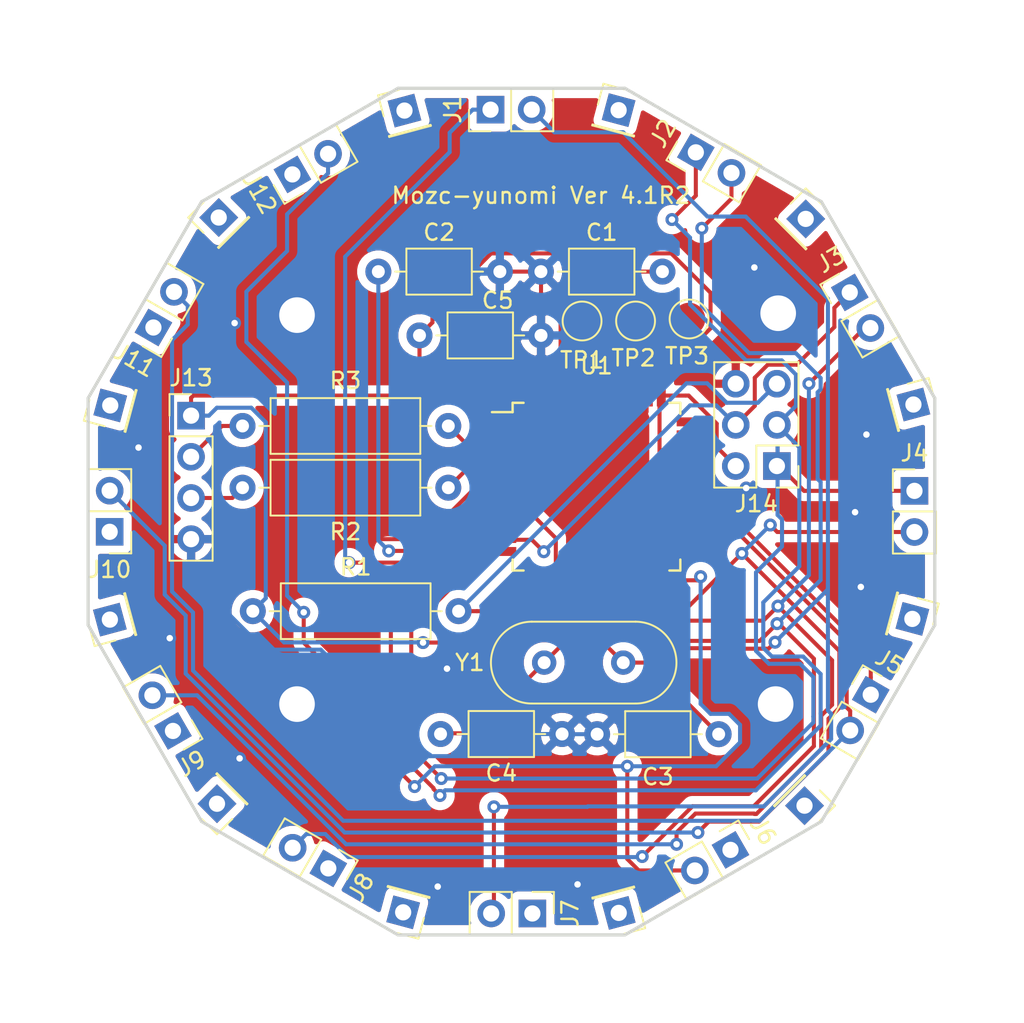
<source format=kicad_pcb>
(kicad_pcb (version 20171130) (host pcbnew 5.99.0+really5.1.10+dfsg1-1)
  (layers (0 F.Cu signal) (31 B.Cu signal) (34 B.Paste user) (35 F.Paste user) (36 B.SilkS user) (37 F.SilkS user) (38 B.Mask user) (39 F.Mask user) (44 Edge.Cuts user))
  (net 0 "")
  (net 1 "Net-(C1-Pad2)")
  (net 2 GND)
  (net 3 "Net-(C2-Pad1)")
  (net 4 XTAL1)
  (net 5 XTAL2)
  (net 6 ROW0)
  (net 7 COL0)
  (net 8 COL1)
  (net 9 ROW1)
  (net 10 COL2)
  (net 11 COL3)
  (net 12 ROW4)
  (net 13 COL4)
  (net 14 +5V)
  (net 15 D-)
  (net 16 D+)
  (net 17 "Net-(R2-Pad1)")
  (net 18 "Net-(R3-Pad1)")
  (net 19 RST)
  (net 20 "Net-(TP2-Pad1)")
  (net 21 "Net-(TP3-Pad1)")
  (net 22 MOSI)
  (net 23 MISO)
  (net 24 COL5)
  (net 25 "Net-(TP1-Pad1)")
  (module MountingHole:MountingHole_2.2mm_M2 (layer F.Cu) (at 159.4231 85.11794)
    (fp_text reference REF** hide)
    (fp_text value MountingHole_2.2mm_M2)
    (pad 1 np_thru_hole circle (at 0 0) (size 2.2 2.2) (drill 2.2) (layers *.Cu *.Mask))
  )
  (module MountingHole:MountingHole_2.2mm_M2 (layer F.Cu) (at 159.26562 109.24032)
    (fp_text reference REF** hide)
    (fp_text value MountingHole_2.2mm_M2)
    (pad 1 np_thru_hole circle (at 0 0) (size 2.2 2.2) (drill 2.2) (layers *.Cu *.Mask))
  )
  (module MountingHole:MountingHole_2.2mm_M2 (layer F.Cu) (at 129.72796 109.24032)
    (fp_text reference REF** hide)
    (fp_text value MountingHole_2.2mm_M2)
    (pad 1 np_thru_hole circle (at 0 0) (size 2.2 2.2) (drill 2.2) (layers *.Cu *.Mask))
  )
  (module MountingHole:MountingHole_2.2mm_M2 (layer F.Cu) (at 129.72796 85.23478)
    (fp_text reference REF** hide)
    (fp_text value MountingHole_2.2mm_M2)
    (pad 1 np_thru_hole circle (at 0 0) (size 2.2 2.2) (drill 2.2) (layers *.Cu *.Mask))
  )
  (module Capacitor_THT:C_Axial_L3.8mm_D2.6mm_P7.50mm_Horizontal (layer F.Cu) (at 144.78 82.55)
    (fp_text reference C1 (at 3.75 -2.42) (layer F.SilkS))
    (fp_text value 0.1uF)
    (pad 2 thru_hole oval (at 7.5 0) (size 1.6 1.6) (drill 0.8) (layers *.Cu *.Mask) (net 1 "Net-(C1-Pad2)"))
    (pad 1 thru_hole circle (at 0 0) (size 1.6 1.6) (drill 0.8) (layers *.Cu *.Mask) (net 2 GND))
  )
  (module Capacitor_THT:C_Axial_L3.8mm_D2.6mm_P7.50mm_Horizontal (layer F.Cu) (at 134.747 82.55)
    (fp_text reference C2 (at 3.75 -2.42) (layer F.SilkS))
    (fp_text value 1uF)
    (pad 1 thru_hole circle (at 0 0) (size 1.6 1.6) (drill 0.8) (layers *.Cu *.Mask) (net 3 "Net-(C2-Pad1)"))
    (pad 2 thru_hole oval (at 7.5 0) (size 1.6 1.6) (drill 0.8) (layers *.Cu *.Mask) (net 2 GND))
  )
  (module Capacitor_THT:C_Axial_L3.8mm_D2.6mm_P7.50mm_Horizontal (layer F.Cu) (at 148.24964 111.09706)
    (fp_text reference C3 (at 3.75 2.63144) (layer F.SilkS))
    (fp_text value C)
    (pad 2 thru_hole oval (at 7.5 0) (size 1.6 1.6) (drill 0.8) (layers *.Cu *.Mask) (net 4 XTAL1))
    (pad 1 thru_hole circle (at 0 0) (size 1.6 1.6) (drill 0.8) (layers *.Cu *.Mask) (net 2 GND))
  )
  (module Capacitor_THT:C_Axial_L3.8mm_D2.6mm_P7.50mm_Horizontal (layer F.Cu) (at 146.08556 111.0869 180)
    (fp_text reference C4 (at 3.75 -2.42) (layer F.SilkS))
    (fp_text value C)
    (pad 1 thru_hole circle (at 0 0 180) (size 1.6 1.6) (drill 0.8) (layers *.Cu *.Mask) (net 2 GND))
    (pad 2 thru_hole oval (at 7.5 0 180) (size 1.6 1.6) (drill 0.8) (layers *.Cu *.Mask) (net 5 XTAL2))
  )
  (module Connector_PinHeader_2.54mm:PinHeader_1x02_P2.54mm_Vertical (layer F.Cu) (at 141.67104 72.5551 90)
    (fp_text reference J1 (at 0 -2.33 90) (layer F.SilkS))
    (fp_text value Conn_01x02_Male)
    (pad 2 thru_hole oval (at 0 2.54 90) (size 1.7 1.7) (drill 1) (layers *.Cu *.Mask) (net 7 COL0))
    (pad 1 thru_hole rect (at 0 0 90) (size 1.7 1.7) (drill 1) (layers *.Cu *.Mask) (net 6 ROW0))
  )
  (module Connector_PinHeader_2.54mm:PinHeader_1x02_P2.54mm_Vertical (layer F.Cu) (at 154.34056 75.18908 60)
    (fp_text reference J2 (at 0 -2.33 60) (layer F.SilkS))
    (fp_text value Conn_01x02_Male)
    (pad 1 thru_hole rect (at 0 0 60) (size 1.7 1.7) (drill 1) (layers *.Cu *.Mask) (net 9 ROW1))
    (pad 2 thru_hole oval (at 0 2.54 60) (size 1.7 1.7) (drill 1) (layers *.Cu *.Mask) (net 8 COL1))
  )
  (module Connector_PinHeader_2.54mm:PinHeader_1x02_P2.54mm_Vertical (layer F.Cu) (at 163.84016 83.8327 30)
    (fp_text reference J3 (at 0 -2.33 30) (layer F.SilkS))
    (fp_text value Conn_01x02_Male)
    (pad 2 thru_hole oval (at 0 2.54 30) (size 1.7 1.7) (drill 1) (layers *.Cu *.Mask) (net 10 COL2))
    (pad 1 thru_hole rect (at 0 0 30) (size 1.7 1.7) (drill 1) (layers *.Cu *.Mask) (net 22 MOSI))
  )
  (module Connector_PinHeader_2.54mm:PinHeader_1x02_P2.54mm_Vertical (layer F.Cu) (at 167.83304 96.08058)
    (fp_text reference J4 (at 0 -2.33) (layer F.SilkS))
    (fp_text value Conn_01x02_Male)
    (pad 1 thru_hole rect (at 0 0) (size 1.7 1.7) (drill 1) (layers *.Cu *.Mask) (net 23 MISO))
    (pad 2 thru_hole oval (at 0 2.54) (size 1.7 1.7) (drill 1) (layers *.Cu *.Mask) (net 11 COL3))
  )
  (module Connector_PinHeader_2.54mm:PinHeader_1x02_P2.54mm_Vertical (layer F.Cu) (at 165.13556 108.6612 330)
    (fp_text reference J5 (at 0 -2.33 150) (layer F.SilkS))
    (fp_text value Conn_01x02_Male)
    (pad 2 thru_hole oval (at 0 2.54 330) (size 1.7 1.7) (drill 1) (layers *.Cu *.Mask) (net 13 COL4))
    (pad 1 thru_hole rect (at 0 0 330) (size 1.7 1.7) (drill 1) (layers *.Cu *.Mask) (net 12 ROW4))
  )
  (module Connector_PinHeader_2.54mm:PinHeader_1x02_P2.54mm_Vertical (layer F.Cu) (at 156.47924 118.237 300)
    (fp_text reference J6 (at 0 -2.33 120) (layer F.SilkS))
    (fp_text value Conn_01x02_Male)
    (pad 1 thru_hole rect (at 0 0 300) (size 1.7 1.7) (drill 1) (layers *.Cu *.Mask))
    (pad 2 thru_hole oval (at 0 2.54 300) (size 1.7 1.7) (drill 1) (layers *.Cu *.Mask) (net 24 COL5))
  )
  (module Connector_PinHeader_2.54mm:PinHeader_1x02_P2.54mm_Vertical (layer F.Cu) (at 144.25168 122.1613 270)
    (fp_text reference J7 (at 0 -2.33 90) (layer F.SilkS))
    (fp_text value Conn_01x02_Male)
    (pad 2 thru_hole oval (at 0 2.54 270) (size 1.7 1.7) (drill 1) (layers *.Cu *.Mask) (net 7 COL0))
    (pad 1 thru_hole rect (at 0 0 270) (size 1.7 1.7) (drill 1) (layers *.Cu *.Mask))
  )
  (module Connector_PinHeader_2.54mm:PinHeader_1x02_P2.54mm_Vertical (layer F.Cu) (at 131.65836 119.37746 240)
    (fp_text reference J8 (at 0 -2.33 60) (layer F.SilkS))
    (fp_text value Conn_01x02_Male)
    (pad 1 thru_hole rect (at 0 0 240) (size 1.7 1.7) (drill 1) (layers *.Cu *.Mask))
    (pad 2 thru_hole oval (at 0 2.54 240) (size 1.7 1.7) (drill 1) (layers *.Cu *.Mask) (net 8 COL1))
  )
  (module Connector_PinHeader_2.54mm:PinHeader_1x02_P2.54mm_Vertical (layer F.Cu) (at 122.0724 110.8964 210)
    (fp_text reference J9 (at 0 -2.33 30) (layer F.SilkS))
    (fp_text value Conn_01x02_Male)
    (pad 2 thru_hole oval (at 0 2.54 210) (size 1.7 1.7) (drill 1) (layers *.Cu *.Mask) (net 10 COL2))
    (pad 1 thru_hole rect (at 0 0 210) (size 1.7 1.7) (drill 1) (layers *.Cu *.Mask))
  )
  (module Connector_PinHeader_2.54mm:PinHeader_1x02_P2.54mm_Vertical (layer F.Cu) (at 118.16588 98.60788 180)
    (fp_text reference J10 (at 0 -2.33) (layer F.SilkS))
    (fp_text value Conn_01x02_Male)
    (pad 1 thru_hole rect (at 0 0 180) (size 1.7 1.7) (drill 1) (layers *.Cu *.Mask))
    (pad 2 thru_hole oval (at 0 2.54 180) (size 1.7 1.7) (drill 1) (layers *.Cu *.Mask) (net 11 COL3))
  )
  (module Connector_PinHeader_2.54mm:PinHeader_1x02_P2.54mm_Vertical (layer F.Cu) (at 120.8659 85.99932 150)
    (fp_text reference J11 (at 0 -2.33 150) (layer F.SilkS))
    (fp_text value Conn_01x02_Male)
    (pad 2 thru_hole oval (at 0 2.54 150) (size 1.7 1.7) (drill 1) (layers *.Cu *.Mask) (net 13 COL4))
    (pad 1 thru_hole rect (at 0 0 150) (size 1.7 1.7) (drill 1) (layers *.Cu *.Mask))
  )
  (module Connector_PinHeader_2.54mm:PinHeader_1x02_P2.54mm_Vertical (layer F.Cu) (at 129.44348 76.55052 120)
    (fp_text reference J12 (at 0 -2.33 120) (layer F.SilkS))
    (fp_text value Conn_01x02_Male)
    (pad 1 thru_hole rect (at 0 0 120) (size 1.7 1.7) (drill 1) (layers *.Cu *.Mask))
    (pad 2 thru_hole oval (at 0 2.54 120) (size 1.7 1.7) (drill 1) (layers *.Cu *.Mask) (net 24 COL5))
  )
  (module Connector_PinHeader_2.54mm:PinHeader_1x04_P2.54mm_Vertical (layer F.Cu) (at 123.19 91.44)
    (fp_text reference J13 (at 0 -2.33) (layer F.SilkS))
    (fp_text value Conn_01x04_Male)
    (pad 1 thru_hole rect (at 0 0) (size 1.7 1.7) (drill 1) (layers *.Cu *.Mask) (net 14 +5V))
    (pad 2 thru_hole oval (at 0 2.54) (size 1.7 1.7) (drill 1) (layers *.Cu *.Mask) (net 15 D-))
    (pad 3 thru_hole oval (at 0 5.08) (size 1.7 1.7) (drill 1) (layers *.Cu *.Mask) (net 16 D+))
    (pad 4 thru_hole oval (at 0 7.62) (size 1.7 1.7) (drill 1) (layers *.Cu *.Mask) (net 2 GND))
  )
  (module Connector_PinHeader_2.54mm:PinHeader_2x03_P2.54mm_Vertical (layer F.Cu) (at 159.34436 94.54896 180)
    (fp_text reference J14 (at 1.27 -2.33) (layer F.SilkS))
    (fp_text value Conn_02x03_Odd_Even)
    (pad 1 thru_hole rect (at 0 0 180) (size 1.7 1.7) (drill 1) (layers *.Cu *.Mask) (net 23 MISO))
    (pad 2 thru_hole oval (at 2.54 0 180) (size 1.7 1.7) (drill 1) (layers *.Cu *.Mask) (net 14 +5V))
    (pad 3 thru_hole oval (at 0 2.54 180) (size 1.7 1.7) (drill 1) (layers *.Cu *.Mask) (net 9 ROW1))
    (pad 4 thru_hole oval (at 2.54 2.54 180) (size 1.7 1.7) (drill 1) (layers *.Cu *.Mask) (net 22 MOSI))
    (pad 5 thru_hole oval (at 0 5.08 180) (size 1.7 1.7) (drill 1) (layers *.Cu *.Mask) (net 19 RST))
    (pad 6 thru_hole oval (at 2.54 5.08 180) (size 1.7 1.7) (drill 1) (layers *.Cu *.Mask) (net 2 GND))
  )
  (module Connector_PinHeader_2.54mm:PinHeader_1x01_P2.54mm_Vertical (layer F.Cu) (at 136.3599 72.61098 15)
    (fp_text reference J15 hide)
    (fp_text value Conn_01x01_Male)
    (pad 1 thru_hole rect (at 0 0 15) (size 1.7 1.7) (drill 1) (layers *.Cu *.Mask))
  )
  (module Connector_PinHeader_2.54mm:PinHeader_1x01_P2.54mm_Vertical (layer F.Cu) (at 124.89688 79.21244 45)
    (fp_text reference J16 hide)
    (fp_text value Conn_01x01_Male)
    (pad 1 thru_hole rect (at 0 0 45) (size 1.7 1.7) (drill 1) (layers *.Cu *.Mask))
  )
  (module Connector_PinHeader_2.54mm:PinHeader_1x01_P2.54mm_Vertical (layer F.Cu) (at 118.20144 90.80754 75)
    (fp_text reference J17 hide)
    (fp_text value Conn_01x01_Male)
    (pad 1 thru_hole rect (at 0 0 75) (size 1.7 1.7) (drill 1) (layers *.Cu *.Mask))
  )
  (module Connector_PinHeader_2.54mm:PinHeader_1x01_P2.54mm_Vertical (layer F.Cu) (at 118.17858 104.0257 105)
    (fp_text reference J18 hide)
    (fp_text value Conn_01x01_Male)
    (pad 1 thru_hole rect (at 0 0 105) (size 1.7 1.7) (drill 1) (layers *.Cu *.Mask))
  )
  (module Connector_PinHeader_2.54mm:PinHeader_1x01_P2.54mm_Vertical (layer F.Cu) (at 124.7902 115.38966 135)
    (fp_text reference J19 hide)
    (fp_text value Conn_01x01_Male)
    (pad 1 thru_hole rect (at 0 0 135) (size 1.7 1.7) (drill 1) (layers *.Cu *.Mask))
  )
  (module Connector_PinHeader_2.54mm:PinHeader_1x01_P2.54mm_Vertical (layer F.Cu) (at 136.27862 122.09018 165)
    (fp_text reference J20 hide)
    (fp_text value Conn_01x01_Male)
    (pad 1 thru_hole rect (at 0 0 165) (size 1.7 1.7) (drill 1) (layers *.Cu *.Mask))
  )
  (module Connector_PinHeader_2.54mm:PinHeader_1x01_P2.54mm_Vertical (layer F.Cu) (at 149.58314 122.12574 195)
    (fp_text reference J21 hide)
    (fp_text value Conn_01x01_Male)
    (pad 1 thru_hole rect (at 0 0 195) (size 1.7 1.7) (drill 1) (layers *.Cu *.Mask))
  )
  (module Connector_PinHeader_2.54mm:PinHeader_1x01_P2.54mm_Vertical (layer F.Cu) (at 161.0487 115.50904 225)
    (fp_text reference J22 hide)
    (fp_text value Conn_01x01_Male)
    (pad 1 thru_hole rect (at 0 0 225) (size 1.7 1.7) (drill 1) (layers *.Cu *.Mask))
  )
  (module Connector_PinHeader_2.54mm:PinHeader_1x01_P2.54mm_Vertical (layer F.Cu) (at 167.7035 103.98252 255)
    (fp_text reference J23 hide)
    (fp_text value Conn_01x01_Male)
    (pad 1 thru_hole rect (at 0 0 255) (size 1.7 1.7) (drill 1) (layers *.Cu *.Mask))
  )
  (module Connector_PinHeader_2.54mm:PinHeader_1x01_P2.54mm_Vertical (layer F.Cu) (at 167.76954 90.75166 285)
    (fp_text reference J24 hide)
    (fp_text value Conn_01x01_Male)
    (pad 1 thru_hole rect (at 0 0 285) (size 1.7 1.7) (drill 1) (layers *.Cu *.Mask))
  )
  (module Connector_PinHeader_2.54mm:PinHeader_1x01_P2.54mm_Vertical (layer F.Cu) (at 161.12236 79.29626 315)
    (fp_text reference J25 hide)
    (fp_text value Conn_01x01_Male)
    (pad 1 thru_hole rect (at 0 0 315) (size 1.7 1.7) (drill 1) (layers *.Cu *.Mask))
  )
  (module Resistor_THT:R_Axial_DIN0309_L9.0mm_D3.2mm_P12.70mm_Horizontal (layer F.Cu) (at 127 103.505)
    (fp_text reference R1 (at 6.35 -2.72) (layer F.SilkS))
    (fp_text value 10K)
    (pad 1 thru_hole circle (at 0 0) (size 1.6 1.6) (drill 0.8) (layers *.Cu *.Mask) (net 14 +5V))
    (pad 2 thru_hole oval (at 12.7 0) (size 1.6 1.6) (drill 0.8) (layers *.Cu *.Mask) (net 19 RST))
  )
  (module Resistor_THT:R_Axial_DIN0309_L9.0mm_D3.2mm_P12.70mm_Horizontal (layer F.Cu) (at 139.065 95.885 180)
    (fp_text reference R2 (at 6.35 -2.72) (layer F.SilkS))
    (fp_text value 22)
    (pad 2 thru_hole oval (at 12.7 0 180) (size 1.6 1.6) (drill 0.8) (layers *.Cu *.Mask) (net 16 D+))
    (pad 1 thru_hole circle (at 0 0 180) (size 1.6 1.6) (drill 0.8) (layers *.Cu *.Mask) (net 17 "Net-(R2-Pad1)"))
  )
  (module Resistor_THT:R_Axial_DIN0309_L9.0mm_D3.2mm_P12.70mm_Horizontal (layer F.Cu) (at 139.065 92.075 180)
    (fp_text reference R3 (at 6.35 2.794) (layer F.SilkS))
    (fp_text value 22)
    (pad 1 thru_hole circle (at 0 0 180) (size 1.6 1.6) (drill 0.8) (layers *.Cu *.Mask) (net 18 "Net-(R3-Pad1)"))
    (pad 2 thru_hole oval (at 12.7 0 180) (size 1.6 1.6) (drill 0.8) (layers *.Cu *.Mask) (net 15 D-))
  )
  (module Connector_PinHeader_2.54mm:PinHeader_1x01_P2.54mm_Vertical (layer F.Cu) (at 149.57552 72.58558 345)
    (fp_text reference J26 hide)
    (fp_text value Conn_01x01_Male)
    (pad 1 thru_hole rect (at 0 0 345) (size 1.7 1.7) (drill 1) (layers *.Cu *.Mask))
  )
  (module Crystal:Crystal_HC49-4H_Vertical (layer F.Cu) (at 149.86 106.68 180)
    (fp_text reference Y1 (at 9.4615 0) (layer F.SilkS))
    (fp_text value 16MHz)
    (pad 1 thru_hole circle (at 0 0 180) (size 1.5 1.5) (drill 0.8) (layers *.Cu *.Mask) (net 4 XTAL1))
    (pad 2 thru_hole circle (at 4.88 0 180) (size 1.5 1.5) (drill 0.8) (layers *.Cu *.Mask) (net 5 XTAL2))
  )
  (module Capacitor_THT:C_Axial_L3.8mm_D2.6mm_P7.50mm_Horizontal (layer F.Cu) (at 137.287 86.487)
    (fp_text reference C5 (at 4.826 -2.159) (layer F.SilkS))
    (fp_text value C)
    (pad 1 thru_hole circle (at 0 0) (size 1.6 1.6) (drill 0.8) (layers *.Cu *.Mask) (net 14 +5V))
    (pad 2 thru_hole oval (at 7.5 0) (size 1.6 1.6) (drill 0.8) (layers *.Cu *.Mask) (net 2 GND))
  )
  (module TestPoint:TestPoint_Pad_D2.0mm (layer F.Cu) (at 147.32 85.598)
    (fp_text reference TP1 (at 0 2.413) (layer F.SilkS))
    (fp_text value TestPoint)
    (pad 1 smd circle (at 0 0) (size 2 2) (layers F.Cu F.Mask) (net 25 "Net-(TP1-Pad1)"))
  )
  (module TestPoint:TestPoint_Pad_D2.0mm (layer F.Cu) (at 150.622 85.598)
    (fp_text reference TP2 (at -0.127 2.286) (layer F.SilkS))
    (fp_text value TestPoint)
    (pad 1 smd circle (at 0 0) (size 2 2) (layers F.Cu F.Mask) (net 20 "Net-(TP2-Pad1)"))
  )
  (module TestPoint:TestPoint_Pad_D2.0mm (layer F.Cu) (at 153.924 85.471)
    (fp_text reference TP3 (at -0.127 2.286) (layer F.SilkS))
    (fp_text value TestPoint)
    (pad 1 smd circle (at 0 0) (size 2 2) (layers F.Cu F.Mask) (net 21 "Net-(TP3-Pad1)"))
  )
  (module Package_QFP:TQFP-44_10x10mm_P0.8mm (layer F.Cu) (at 148.209 95.8215)
    (fp_text reference U1 (at 0 -7.45) (layer F.SilkS))
    (fp_text value ATmega32U4-AU)
    (pad 1 smd rect (at -5.7 -4) (size 1.5 0.55) (layers F.Cu F.Paste F.Mask))
    (pad 2 smd rect (at -5.7 -3.2) (size 1.5 0.55) (layers F.Cu F.Paste F.Mask) (net 14 +5V))
    (pad 3 smd rect (at -5.7 -2.4) (size 1.5 0.55) (layers F.Cu F.Paste F.Mask) (net 18 "Net-(R3-Pad1)"))
    (pad 4 smd rect (at -5.7 -1.6) (size 1.5 0.55) (layers F.Cu F.Paste F.Mask) (net 17 "Net-(R2-Pad1)"))
    (pad 5 smd rect (at -5.7 -0.8) (size 1.5 0.55) (layers F.Cu F.Paste F.Mask) (net 2 GND))
    (pad 6 smd rect (at -5.7 0) (size 1.5 0.55) (layers F.Cu F.Paste F.Mask) (net 3 "Net-(C2-Pad1)"))
    (pad 7 smd rect (at -5.7 0.8) (size 1.5 0.55) (layers F.Cu F.Paste F.Mask) (net 14 +5V))
    (pad 8 smd rect (at -5.7 1.6) (size 1.5 0.55) (layers F.Cu F.Paste F.Mask) (net 6 ROW0))
    (pad 9 smd rect (at -5.7 2.4) (size 1.5 0.55) (layers F.Cu F.Paste F.Mask) (net 9 ROW1))
    (pad 10 smd rect (at -5.7 3.2) (size 1.5 0.55) (layers F.Cu F.Paste F.Mask) (net 22 MOSI))
    (pad 11 smd rect (at -5.7 4) (size 1.5 0.55) (layers F.Cu F.Paste F.Mask) (net 23 MISO))
    (pad 12 smd rect (at -4 5.7 90) (size 1.5 0.55) (layers F.Cu F.Paste F.Mask))
    (pad 13 smd rect (at -3.2 5.7 90) (size 1.5 0.55) (layers F.Cu F.Paste F.Mask) (net 19 RST))
    (pad 14 smd rect (at -2.4 5.7 90) (size 1.5 0.55) (layers F.Cu F.Paste F.Mask) (net 14 +5V))
    (pad 15 smd rect (at -1.6 5.7 90) (size 1.5 0.55) (layers F.Cu F.Paste F.Mask) (net 2 GND))
    (pad 16 smd rect (at -0.8 5.7 90) (size 1.5 0.55) (layers F.Cu F.Paste F.Mask) (net 5 XTAL2))
    (pad 17 smd rect (at 0 5.7 90) (size 1.5 0.55) (layers F.Cu F.Paste F.Mask) (net 4 XTAL1))
    (pad 18 smd rect (at 0.8 5.7 90) (size 1.5 0.55) (layers F.Cu F.Paste F.Mask) (net 7 COL0))
    (pad 19 smd rect (at 1.6 5.7 90) (size 1.5 0.55) (layers F.Cu F.Paste F.Mask) (net 8 COL1))
    (pad 20 smd rect (at 2.4 5.7 90) (size 1.5 0.55) (layers F.Cu F.Paste F.Mask) (net 10 COL2))
    (pad 21 smd rect (at 3.2 5.7 90) (size 1.5 0.55) (layers F.Cu F.Paste F.Mask) (net 11 COL3))
    (pad 22 smd rect (at 4 5.7 90) (size 1.5 0.55) (layers F.Cu F.Paste F.Mask) (net 24 COL5))
    (pad 23 smd rect (at 5.7 4) (size 1.5 0.55) (layers F.Cu F.Paste F.Mask) (net 2 GND))
    (pad 24 smd rect (at 5.7 3.2) (size 1.5 0.55) (layers F.Cu F.Paste F.Mask) (net 14 +5V))
    (pad 25 smd rect (at 5.7 2.4) (size 1.5 0.55) (layers F.Cu F.Paste F.Mask) (net 13 COL4))
    (pad 26 smd rect (at 5.7 1.6) (size 1.5 0.55) (layers F.Cu F.Paste F.Mask))
    (pad 27 smd rect (at 5.7 0.8) (size 1.5 0.55) (layers F.Cu F.Paste F.Mask))
    (pad 28 smd rect (at 5.7 0) (size 1.5 0.55) (layers F.Cu F.Paste F.Mask) (net 12 ROW4))
    (pad 29 smd rect (at 5.7 -0.8) (size 1.5 0.55) (layers F.Cu F.Paste F.Mask))
    (pad 30 smd rect (at 5.7 -1.6) (size 1.5 0.55) (layers F.Cu F.Paste F.Mask))
    (pad 31 smd rect (at 5.7 -2.4) (size 1.5 0.55) (layers F.Cu F.Paste F.Mask))
    (pad 32 smd rect (at 5.7 -3.2) (size 1.5 0.55) (layers F.Cu F.Paste F.Mask))
    (pad 33 smd rect (at 5.7 -4) (size 1.5 0.55) (layers F.Cu F.Paste F.Mask))
    (pad 34 smd rect (at 4 -5.7 90) (size 1.5 0.55) (layers F.Cu F.Paste F.Mask) (net 14 +5V))
    (pad 35 smd rect (at 3.2 -5.7 90) (size 1.5 0.55) (layers F.Cu F.Paste F.Mask) (net 2 GND))
    (pad 36 smd rect (at 2.4 -5.7 90) (size 1.5 0.55) (layers F.Cu F.Paste F.Mask) (net 21 "Net-(TP3-Pad1)"))
    (pad 37 smd rect (at 1.6 -5.7 90) (size 1.5 0.55) (layers F.Cu F.Paste F.Mask) (net 20 "Net-(TP2-Pad1)"))
    (pad 38 smd rect (at 0.8 -5.7 90) (size 1.5 0.55) (layers F.Cu F.Paste F.Mask) (net 25 "Net-(TP1-Pad1)"))
    (pad 39 smd rect (at 0 -5.7 90) (size 1.5 0.55) (layers F.Cu F.Paste F.Mask))
    (pad 40 smd rect (at -0.8 -5.7 90) (size 1.5 0.55) (layers F.Cu F.Paste F.Mask))
    (pad 41 smd rect (at -1.6 -5.7 90) (size 1.5 0.55) (layers F.Cu F.Paste F.Mask))
    (pad 42 smd rect (at -2.4 -5.7 90) (size 1.5 0.55) (layers F.Cu F.Paste F.Mask) (net 1 "Net-(C1-Pad2)"))
    (pad 43 smd rect (at -3.2 -5.7 90) (size 1.5 0.55) (layers F.Cu F.Paste F.Mask) (net 2 GND))
    (pad 44 smd rect (at -4 -5.7 90) (size 1.5 0.55) (layers F.Cu F.Paste F.Mask) (net 14 +5V))
  )
  (gr_line (start 149.962791 123.484515) (end 135.962793 123.484515) (layer Edge.Cuts) (width 0.2))
  (gr_line (start 123.838438 116.484515) (end 116.838438 104.36016) (layer Edge.Cuts) (width 0.2))
  (gr_line (start 169.087154 90.36016) (end 169.087154 104.36016) (layer Edge.Cuts) (width 0.2))
  (gr_line (start 169.087154 104.36016) (end 162.08715 116.484515) (layer Edge.Cuts) (width 0.2))
  (gr_line (start 116.838438 90.36016) (end 123.838438 78.235805) (layer Edge.Cuts) (width 0.2))
  (gr_line (start 162.08715 116.484515) (end 149.962791 123.484515) (layer Edge.Cuts) (width 0.2))
  (gr_line (start 116.838438 104.36016) (end 116.838438 90.36016) (layer Edge.Cuts) (width 0.2))
  (gr_line (start 123.838438 78.235805) (end 135.962793 71.235805) (layer Edge.Cuts) (width 0.2))
  (gr_line (start 162.08715 78.235805) (end 169.087154 90.36016) (layer Edge.Cuts) (width 0.2))
  (gr_line (start 135.962793 123.484515) (end 123.838438 116.484515) (layer Edge.Cuts) (width 0.2))
  (gr_line (start 135.962793 71.235805) (end 149.962791 71.235805) (layer Edge.Cuts) (width 0.2))
  (gr_line (start 149.962791 71.235805) (end 162.08715 78.235805) (layer Edge.Cuts) (width 0.2))
  (gr_text "Mozc-yunomi Ver 4.1R2" (at 144.78 77.851) (layer F.SilkS) (effects (font (size 1 1))))
  (segment (start 145.7 89.2) (end 145.7 90.2) (width 0.25) (layer F.Cu) (net 1))
  (segment (start 145.994999 88.905001) (end 145.7 89.2) (width 0.25) (layer F.Cu) (net 1))
  (segment (start 145.994999 84.961999) (end 145.994999 88.905001) (width 0.25) (layer F.Cu) (net 1))
  (segment (start 148.406998 82.55) (end 145.994999 84.961999) (width 0.25) (layer F.Cu) (net 1))
  (segment (start 152.28 82.55) (end 148.406998 82.55) (width 0.25) (layer F.Cu) (net 1))
  (segment (start 144.9 86.6) (end 144.787 86.487) (width 0.25) (layer F.Cu) (net 2))
  (segment (start 144.9 90.2) (end 144.9 86.6) (width 0.25) (layer F.Cu) (net 2))
  (segment (start 144.787 82.557) (end 144.78 82.55) (width 0.25) (layer F.Cu) (net 2))
  (segment (start 144.787 86.487) (end 144.787 82.557) (width 0.25) (layer F.Cu) (net 2))
  (segment (start 144.78 82.55) (end 142.247 82.55) (width 0.25) (layer F.Cu) (net 2))
  (segment (start 124.392081 99.06) (end 123.19 99.06) (width 0.25) (layer F.Cu) (net 2))
  (segment (start 137.555002 99.06) (end 124.392081 99.06) (width 0.25) (layer F.Cu) (net 2))
  (segment (start 141.515002 95.1) (end 137.555002 99.06) (width 0.25) (layer F.Cu) (net 2))
  (segment (start 142.4 95.1) (end 141.515002 95.1) (width 0.25) (layer F.Cu) (net 2))
  (segment (start 146.5 98.2) (end 146.5 100.6) (width 0.25) (layer F.Cu) (net 2))
  (segment (start 143.4 95.1) (end 146.5 98.2) (width 0.25) (layer F.Cu) (net 2))
  (segment (start 152.8 99.9) (end 153.8 99.9) (width 0.25) (layer F.Cu) (net 2))
  (segment (start 147.2 99.9) (end 152.8 99.9) (width 0.25) (layer F.Cu) (net 2))
  (segment (start 146.5 100.6) (end 147.2 99.9) (width 0.25) (layer F.Cu) (net 2))
  (segment (start 146.5 101.6) (end 146.5 100.6) (width 0.25) (layer F.Cu) (net 2))
  (segment (start 144.975001 91.275001) (end 144.9 91.2) (width 0.25) (layer F.Cu) (net 2))
  (segment (start 151.224999 91.275001) (end 144.975001 91.275001) (width 0.25) (layer F.Cu) (net 2))
  (segment (start 144.9 91.2) (end 144.9 90.2) (width 0.25) (layer F.Cu) (net 2))
  (segment (start 151.3 91.2) (end 151.224999 91.275001) (width 0.25) (layer F.Cu) (net 2))
  (segment (start 151.3 90.2) (end 151.3 91.2) (width 0.25) (layer F.Cu) (net 2))
  (segment (start 143.4 95.1) (end 142.4 95.1) (width 0.25) (layer F.Cu) (net 2))
  (segment (start 144.9 93.6) (end 143.4 95.1) (width 0.25) (layer F.Cu) (net 2))
  (segment (start 144.9 90.2) (end 144.9 93.6) (width 0.25) (layer F.Cu) (net 2))
  (via (at 126.18466 112.59058) (size 0.8) (drill 0.4) (layers F.Cu B.Cu) (net 2))
  (via (at 121.87428 105.17124) (size 0.8) (drill 0.4) (layers F.Cu B.Cu) (net 2))
  (via (at 125.87732 85.725) (size 0.8) (drill 0.4) (layers F.Cu B.Cu) (net 2))
  (via (at 119.94642 93.4085) (size 0.8) (drill 0.4) (layers F.Cu B.Cu) (net 2))
  (via (at 147.0406 120.36806) (size 0.8) (drill 0.4) (layers F.Cu B.Cu) (net 2))
  (via (at 138.41222 120.50268) (size 0.8) (drill 0.4) (layers F.Cu B.Cu) (net 2))
  (via (at 138.98372 107.05338) (size 0.8) (drill 0.4) (layers F.Cu B.Cu) (net 2))
  (via (at 157.44698 95.90532) (size 0.8) (drill 0.4) (layers F.Cu B.Cu) (net 2))
  (via (at 164.16782 97.3963) (size 0.8) (drill 0.4) (layers F.Cu B.Cu) (net 2))
  (via (at 164.86886 92.60586) (size 0.8) (drill 0.4) (layers F.Cu B.Cu) (net 2))
  (via (at 164.52342 102.01148) (size 0.8) (drill 0.4) (layers F.Cu B.Cu) (net 2))
  (segment (start 156.470997 89.440001) (end 157.409001 89.440001) (width 0.25) (layer F.Cu) (net 2))
  (segment (start 146.09572 111.09706) (end 146.08556 111.0869) (width 0.25) (layer B.Cu) (net 2))
  (segment (start 148.24964 111.09706) (end 146.09572 111.09706) (width 0.25) (layer B.Cu) (net 2))
  (segment (start 144.08912 111.0869) (end 146.08556 111.0869) (width 0.25) (layer B.Cu) (net 2))
  (segment (start 123.19 99.06) (end 123.19 101.360002) (width 0.25) (layer B.Cu) (net 2))
  (segment (start 123.19 101.360002) (end 127.712868 105.88287) (width 0.25) (layer B.Cu) (net 2))
  (segment (start 127.712868 105.88287) (end 131.19905 105.88287) (width 0.25) (layer B.Cu) (net 2))
  (segment (start 142.7226 112.45342) (end 144.08912 111.0869) (width 0.25) (layer B.Cu) (net 2))
  (segment (start 131.19905 105.88287) (end 137.7696 112.45342) (width 0.25) (layer B.Cu) (net 2))
  (segment (start 137.7696 112.45342) (end 142.7226 112.45342) (width 0.25) (layer B.Cu) (net 2))
  (via (at 157.95244 82.29346) (size 0.8) (drill 0.4) (layers F.Cu B.Cu) (net 2))
  (via (at 135.38962 99.785) (size 0.8) (drill 0.4) (layers F.Cu B.Cu) (net 3))
  (segment (start 134.747 82.55) (end 134.747 99.14238) (width 0.25) (layer B.Cu) (net 3))
  (segment (start 134.747 99.14238) (end 135.38962 99.785) (width 0.25) (layer B.Cu) (net 3))
  (segment (start 141.351412 95.9) (end 141.4 95.9) (width 0.25) (layer F.Cu) (net 3))
  (segment (start 141.4 95.9) (end 142.4 95.9) (width 0.25) (layer F.Cu) (net 3))
  (segment (start 137.466412 99.785) (end 141.351412 95.9) (width 0.25) (layer F.Cu) (net 3))
  (segment (start 135.38962 99.785) (end 137.466412 99.785) (width 0.25) (layer F.Cu) (net 3))
  (segment (start 148.1 104.92) (end 149.86 106.68) (width 0.25) (layer F.Cu) (net 4))
  (segment (start 148.1 101.6) (end 148.1 104.92) (width 0.25) (layer F.Cu) (net 4))
  (segment (start 151.33258 106.68) (end 155.74964 111.09706) (width 0.25) (layer F.Cu) (net 4))
  (segment (start 149.86 106.68) (end 151.33258 106.68) (width 0.25) (layer F.Cu) (net 4))
  (segment (start 147.3 104.36) (end 144.98 106.68) (width 0.25) (layer F.Cu) (net 5))
  (segment (start 147.3 101.6) (end 147.3 104.36) (width 0.25) (layer F.Cu) (net 5))
  (segment (start 140.61882 111.04118) (end 144.98 106.68) (width 0.25) (layer F.Cu) (net 5))
  (segment (start 138.6643 111.04118) (end 140.61882 111.04118) (width 0.25) (layer F.Cu) (net 5))
  (segment (start 142.4 97.5) (end 140.387822 97.5) (width 0.25) (layer F.Cu) (net 6))
  (segment (start 140.387822 97.5) (end 137.377821 100.510001) (width 0.25) (layer F.Cu) (net 6))
  (segment (start 140.57104 72.5551) (end 141.67104 72.5551) (width 0.25) (layer B.Cu) (net 6))
  (segment (start 139.149117 73.977023) (end 139.149117 75.176083) (width 0.25) (layer B.Cu) (net 6))
  (segment (start 140.57104 72.5551) (end 139.149117 73.977023) (width 0.25) (layer B.Cu) (net 6))
  (segment (start 139.149117 75.176083) (end 132.69976 81.62544) (width 0.25) (layer B.Cu) (net 6))
  (segment (start 132.69976 100.26904) (end 132.940721 100.510001) (width 0.25) (layer B.Cu) (net 6))
  (segment (start 132.69976 81.62544) (end 132.69976 100.26904) (width 0.25) (layer B.Cu) (net 6))
  (segment (start 137.377821 100.510001) (end 132.940721 100.510001) (width 0.25) (layer F.Cu) (net 6))
  (via (at 132.940721 100.510001) (size 0.8) (drill 0.4) (layers F.Cu B.Cu) (net 6))
  (segment (start 152.08889 105.78889) (end 157.02577 105.78889) (width 0.25) (layer F.Cu) (net 7))
  (segment (start 148.9 101.6) (end 148.9 102.6) (width 0.25) (layer F.Cu) (net 7))
  (segment (start 148.9 102.6) (end 152.08889 105.78889) (width 0.25) (layer F.Cu) (net 7))
  (via (at 141.87932 115.58016) (size 0.8) (drill 0.4) (layers F.Cu B.Cu) (net 7))
  (segment (start 141.87932 121.99366) (end 141.71168 122.1613) (width 0.25) (layer F.Cu) (net 7))
  (segment (start 141.87932 115.58016) (end 141.87932 121.99366) (width 0.25) (layer F.Cu) (net 7))
  (segment (start 145.607563 73.951623) (end 145.061039 73.405099) (width 0.25) (layer B.Cu) (net 7))
  (segment (start 145.061039 73.405099) (end 144.21104 72.5551) (width 0.25) (layer B.Cu) (net 7))
  (segment (start 155.056861 79.152919) (end 149.855565 73.951623) (width 0.25) (layer B.Cu) (net 7))
  (segment (start 149.855565 73.951623) (end 145.607563 73.951623) (width 0.25) (layer B.Cu) (net 7))
  (segment (start 162.49295 84.22539) (end 157.420479 79.152919) (width 0.25) (layer B.Cu) (net 7))
  (segment (start 157.420479 79.152919) (end 155.056861 79.152919) (width 0.25) (layer B.Cu) (net 7))
  (segment (start 162.49295 109.636052) (end 162.49295 102.977689) (width 0.25) (layer B.Cu) (net 7))
  (segment (start 141.87932 115.58016) (end 147.649762 115.58016) (width 0.25) (layer B.Cu) (net 7))
  (segment (start 147.649762 115.58016) (end 147.677921 115.552001) (width 0.25) (layer B.Cu) (net 7))
  (segment (start 158.538054 115.552001) (end 162.690559 111.399496) (width 0.25) (layer B.Cu) (net 7))
  (segment (start 147.677921 115.552001) (end 158.538054 115.552001) (width 0.25) (layer B.Cu) (net 7))
  (segment (start 162.690559 111.399496) (end 162.690559 109.833661) (width 0.25) (layer B.Cu) (net 7))
  (segment (start 162.690559 109.833661) (end 162.49295 109.636052) (width 0.25) (layer B.Cu) (net 7))
  (via (at 159.228363 105.421003) (size 0.8) (drill 0.4) (layers F.Cu B.Cu) (net 7))
  (segment (start 162.49295 102.156416) (end 159.228363 105.421003) (width 0.25) (layer B.Cu) (net 7))
  (segment (start 162.49295 101.78135) (end 162.49295 102.156416) (width 0.25) (layer B.Cu) (net 7))
  (segment (start 162.49295 101.78135) (end 162.49295 84.22539) (width 0.25) (layer B.Cu) (net 7))
  (segment (start 162.49295 102.977689) (end 162.49295 101.78135) (width 0.25) (layer B.Cu) (net 7))
  (segment (start 157.057882 105.821002) (end 157.02577 105.78889) (width 0.25) (layer F.Cu) (net 7))
  (segment (start 158.828364 105.821002) (end 157.057882 105.821002) (width 0.25) (layer F.Cu) (net 7))
  (segment (start 159.228363 105.421003) (end 158.828364 105.821002) (width 0.25) (layer F.Cu) (net 7))
  (segment (start 156.540265 76.45908) (end 156.540265 78.046515) (width 0.25) (layer F.Cu) (net 8))
  (via (at 154.70886 79.87792) (size 0.8) (drill 0.4) (layers F.Cu B.Cu) (net 8))
  (segment (start 156.540265 78.046515) (end 154.70886 79.87792) (width 0.25) (layer F.Cu) (net 8))
  (segment (start 149.7 102.6) (end 149.7 101.6) (width 0.25) (layer F.Cu) (net 8))
  (segment (start 152.43888 105.33888) (end 149.7 102.6) (width 0.25) (layer F.Cu) (net 8))
  (segment (start 158.28518 105.33888) (end 152.43888 105.33888) (width 0.25) (layer F.Cu) (net 8))
  (segment (start 131.470239 117.257461) (end 132.894278 118.6815) (width 0.25) (layer B.Cu) (net 8))
  (segment (start 129.458655 118.10746) (end 130.308654 117.257461) (width 0.25) (layer B.Cu) (net 8))
  (segment (start 130.308654 117.257461) (end 131.470239 117.257461) (width 0.25) (layer B.Cu) (net 8))
  (via (at 151.03094 118.64594) (size 0.8) (drill 0.4) (layers F.Cu B.Cu) (net 8))
  (segment (start 132.894278 118.6815) (end 150.99538 118.6815) (width 0.25) (layer B.Cu) (net 8))
  (segment (start 150.99538 118.6815) (end 151.03094 118.64594) (width 0.25) (layer B.Cu) (net 8))
  (segment (start 162.042941 89.118419) (end 160.503292 87.57877) (width 0.25) (layer B.Cu) (net 8))
  (segment (start 162.042941 89.814421) (end 162.042941 89.118419) (width 0.25) (layer B.Cu) (net 8))
  (segment (start 162.042941 101.581119) (end 162.042941 95.533041) (width 0.25) (layer B.Cu) (net 8))
  (segment (start 161.85896 89.998402) (end 162.042941 89.814421) (width 0.25) (layer B.Cu) (net 8))
  (segment (start 161.85896 95.34906) (end 161.85896 89.998402) (width 0.25) (layer B.Cu) (net 8))
  (segment (start 162.042941 95.533041) (end 161.85896 95.34906) (width 0.25) (layer B.Cu) (net 8))
  (segment (start 160.503292 87.57877) (end 157.62322 87.57877) (width 0.25) (layer B.Cu) (net 8))
  (segment (start 154.70886 84.66441) (end 154.70886 79.87792) (width 0.25) (layer B.Cu) (net 8))
  (segment (start 157.62322 87.57877) (end 154.70886 84.66441) (width 0.25) (layer B.Cu) (net 8))
  (segment (start 159.461022 104.27335) (end 159.35071 104.27335) (width 0.25) (layer F.Cu) (net 8))
  (segment (start 161.626962 106.43929) (end 159.461022 104.27335) (width 0.25) (layer F.Cu) (net 8))
  (segment (start 154.131825 115.545055) (end 157.916145 115.545055) (width 0.25) (layer F.Cu) (net 8))
  (segment (start 162.042941 101.581119) (end 159.35071 104.27335) (width 0.25) (layer B.Cu) (net 8))
  (segment (start 161.626961 111.834239) (end 161.626962 106.43929) (width 0.25) (layer F.Cu) (net 8))
  (segment (start 151.03094 118.64594) (end 154.131825 115.545055) (width 0.25) (layer F.Cu) (net 8))
  (via (at 159.35071 104.27335) (size 0.8) (drill 0.4) (layers F.Cu B.Cu) (net 8))
  (segment (start 157.916145 115.545055) (end 161.626961 111.834239) (width 0.25) (layer F.Cu) (net 8))
  (segment (start 158.28518 105.33888) (end 159.35071 104.27335) (width 0.25) (layer F.Cu) (net 8))
  (via (at 152.86736 79.3369) (size 0.8) (drill 0.4) (layers F.Cu B.Cu) (net 9))
  (segment (start 154.34056 75.18908) (end 154.34056 77.8637) (width 0.25) (layer F.Cu) (net 9))
  (segment (start 154.34056 77.8637) (end 152.86736 79.3369) (width 0.25) (layer F.Cu) (net 9))
  (segment (start 135.51916 104.18084) (end 141.4 98.3) (width 0.25) (layer F.Cu) (net 9))
  (segment (start 141.4 98.3) (end 142.4 98.3) (width 0.25) (layer F.Cu) (net 9))
  (segment (start 135.51916 109.5121) (end 135.51916 109.2581) (width 0.25) (layer F.Cu) (net 9))
  (segment (start 135.51916 109.2581) (end 135.51916 104.18084) (width 0.25) (layer F.Cu) (net 9))
  (segment (start 136.6647 112.58804) (end 135.51916 111.4425) (width 0.25) (layer F.Cu) (net 9))
  (segment (start 135.51916 111.4425) (end 135.51916 109.2581) (width 0.25) (layer F.Cu) (net 9))
  (via (at 138.55192 114.87912) (size 0.8) (drill 0.4) (layers F.Cu B.Cu) (net 9))
  (segment (start 136.6647 112.937438) (end 136.6647 112.58804) (width 0.25) (layer F.Cu) (net 9))
  (segment (start 138.151921 114.424659) (end 136.6647 112.937438) (width 0.25) (layer F.Cu) (net 9))
  (segment (start 138.151921 114.479121) (end 138.151921 114.424659) (width 0.25) (layer F.Cu) (net 9))
  (segment (start 138.55192 114.87912) (end 138.151921 114.479121) (width 0.25) (layer F.Cu) (net 9))
  (segment (start 153.267359 79.736899) (end 152.86736 79.3369) (width 0.25) (layer B.Cu) (net 9))
  (segment (start 153.983859 80.453399) (end 153.267359 79.736899) (width 0.25) (layer B.Cu) (net 9))
  (segment (start 160.519361 88.904959) (end 159.643182 88.02878) (width 0.25) (layer B.Cu) (net 9))
  (segment (start 160.519361 90.833959) (end 160.519361 88.904959) (width 0.25) (layer B.Cu) (net 9))
  (segment (start 159.643182 88.02878) (end 157.43682 88.02878) (width 0.25) (layer B.Cu) (net 9))
  (segment (start 159.34436 92.00896) (end 160.519361 90.833959) (width 0.25) (layer B.Cu) (net 9))
  (segment (start 157.43682 88.02878) (end 153.983859 84.575819) (width 0.25) (layer B.Cu) (net 9))
  (segment (start 153.983859 84.575819) (end 153.983859 80.453399) (width 0.25) (layer B.Cu) (net 9))
  (segment (start 160.72612 100.740358) (end 160.72612 93.39072) (width 0.25) (layer B.Cu) (net 9))
  (segment (start 158.503362 102.963116) (end 160.72612 100.740358) (width 0.25) (layer B.Cu) (net 9))
  (segment (start 159.038438 106.30408) (end 158.503362 105.769004) (width 0.25) (layer B.Cu) (net 9))
  (segment (start 160.72612 93.39072) (end 159.34436 92.00896) (width 0.25) (layer B.Cu) (net 9))
  (segment (start 160.96234 106.30408) (end 159.038438 106.30408) (width 0.25) (layer B.Cu) (net 9))
  (segment (start 138.55192 114.87912) (end 138.870859 114.560181) (width 0.25) (layer B.Cu) (net 9))
  (segment (start 158.503362 105.769004) (end 158.503362 102.963116) (width 0.25) (layer B.Cu) (net 9))
  (segment (start 138.870859 114.560181) (end 158.047859 114.560181) (width 0.25) (layer B.Cu) (net 9))
  (segment (start 162.04294 109.822452) (end 162.04294 107.38468) (width 0.25) (layer B.Cu) (net 9))
  (segment (start 158.047859 114.560181) (end 162.042941 110.565099) (width 0.25) (layer B.Cu) (net 9))
  (segment (start 162.04294 107.38468) (end 160.96234 106.30408) (width 0.25) (layer B.Cu) (net 9))
  (segment (start 162.042941 110.565099) (end 162.04294 109.822452) (width 0.25) (layer B.Cu) (net 9))
  (segment (start 161.31794 89.46642) (end 164.751955 86.032405) (width 0.25) (layer F.Cu) (net 10))
  (segment (start 164.751955 86.032405) (end 165.11016 86.032405) (width 0.25) (layer F.Cu) (net 10))
  (via (at 161.31794 89.46642) (size 0.8) (drill 0.4) (layers F.Cu B.Cu) (net 10))
  (via (at 153.15184 117.891001) (size 0.8) (drill 0.4) (layers F.Cu B.Cu) (net 10))
  (segment (start 153.15184 117.891001) (end 153.15184 117.16145) (width 0.25) (layer F.Cu) (net 10))
  (segment (start 132.755082 117.891002) (end 123.560775 108.696695) (width 0.25) (layer B.Cu) (net 10))
  (segment (start 123.560775 108.696695) (end 120.8024 108.696695) (width 0.25) (layer B.Cu) (net 10))
  (segment (start 153.15184 117.891001) (end 153.151839 117.891002) (width 0.25) (layer B.Cu) (net 10))
  (segment (start 153.151839 117.891002) (end 132.755082 117.891002) (width 0.25) (layer B.Cu) (net 10))
  (segment (start 153.15184 117.16145) (end 154.31749 115.9958) (width 0.25) (layer F.Cu) (net 10))
  (segment (start 157.96006 116.02212) (end 158.07549 116.02212) (width 0.25) (layer F.Cu) (net 10))
  (segment (start 154.31749 115.9958) (end 157.93374 115.9958) (width 0.25) (layer F.Cu) (net 10))
  (segment (start 157.93374 115.9958) (end 157.96006 116.02212) (width 0.25) (layer F.Cu) (net 10))
  (segment (start 158.07549 116.02212) (end 161.373115 112.724495) (width 0.25) (layer F.Cu) (net 10))
  (segment (start 162.07697 112.02064) (end 162.076971 109.955619) (width 0.25) (layer F.Cu) (net 10))
  (segment (start 161.373115 112.724495) (end 162.07697 112.02064) (width 0.25) (layer F.Cu) (net 10))
  (segment (start 162.076971 109.955619) (end 162.749408 109.283182) (width 0.25) (layer F.Cu) (net 10))
  (via (at 159.405866 103.192888) (size 0.8) (drill 0.4) (layers F.Cu B.Cu) (net 10))
  (segment (start 162.749408 109.283182) (end 162.749408 106.53643) (width 0.25) (layer F.Cu) (net 10))
  (segment (start 162.749408 106.53643) (end 159.405866 103.192888) (width 0.25) (layer F.Cu) (net 10))
  (segment (start 158.507014 104.09174) (end 159.405866 103.192888) (width 0.25) (layer F.Cu) (net 10))
  (segment (start 150.5 101.6) (end 150.5 102.6) (width 0.25) (layer F.Cu) (net 10))
  (segment (start 151.99174 104.09174) (end 158.507014 104.09174) (width 0.25) (layer F.Cu) (net 10))
  (segment (start 150.5 102.6) (end 151.99174 104.09174) (width 0.25) (layer F.Cu) (net 10))
  (segment (start 161.31794 101.280814) (end 159.405866 103.192888) (width 0.25) (layer B.Cu) (net 10))
  (segment (start 161.31794 89.46642) (end 161.31794 101.280814) (width 0.25) (layer B.Cu) (net 10))
  (segment (start 151.3 101.6) (end 151.3 102.6) (width 0.25) (layer F.Cu) (net 11))
  (segment (start 151.3 102.6) (end 151.9256 103.2256) (width 0.25) (layer F.Cu) (net 11))
  (via (at 158.93542 98.18878) (size 0.8) (drill 0.4) (layers F.Cu B.Cu) (net 11))
  (segment (start 158.93542 98.18878) (end 159.36722 98.62058) (width 0.25) (layer F.Cu) (net 11))
  (segment (start 159.36722 98.62058) (end 167.83304 98.62058) (width 0.25) (layer F.Cu) (net 11))
  (segment (start 156.9847 100.1395) (end 158.93542 98.18878) (width 0.25) (layer B.Cu) (net 11))
  (segment (start 156.9847 100.1395) (end 156.972 100.1395) (width 0.25) (layer B.Cu) (net 11))
  (segment (start 153.8859 103.2256) (end 151.9256 103.2256) (width 0.25) (layer F.Cu) (net 11))
  (segment (start 155.97124 101.14026) (end 153.8859 103.2256) (width 0.25) (layer F.Cu) (net 11))
  (segment (start 132.666491 117.166001) (end 122.8598 107.35931) (width 0.25) (layer B.Cu) (net 11))
  (segment (start 154.46756 117.166001) (end 132.666491 117.166001) (width 0.25) (layer B.Cu) (net 11))
  (segment (start 122.8598 107.35931) (end 122.8598 103.77452) (width 0.25) (layer B.Cu) (net 11))
  (segment (start 122.8598 103.77452) (end 121.56499 102.47971) (width 0.25) (layer B.Cu) (net 11))
  (segment (start 121.56499 102.47971) (end 121.56499 99.46699) (width 0.25) (layer B.Cu) (net 11))
  (segment (start 121.56499 99.46699) (end 118.16588 96.06788) (width 0.25) (layer B.Cu) (net 11))
  (via (at 154.46756 117.166001) (size 0.8) (drill 0.4) (layers F.Cu B.Cu) (net 11))
  (segment (start 163.199418 109.469582) (end 163.199418 105.961134) (width 0.25) (layer F.Cu) (net 11))
  (via (at 157.181242 99.942958) (size 0.8) (drill 0.4) (layers F.Cu B.Cu) (net 11))
  (segment (start 162.52698 112.20704) (end 162.52698 110.14202) (width 0.25) (layer F.Cu) (net 11))
  (segment (start 154.46756 117.166001) (end 155.141541 116.49202) (width 0.25) (layer F.Cu) (net 11))
  (segment (start 163.199418 105.961134) (end 157.181242 99.942958) (width 0.25) (layer F.Cu) (net 11))
  (segment (start 158.242 116.49202) (end 162.52698 112.20704) (width 0.25) (layer F.Cu) (net 11))
  (segment (start 155.141541 116.49202) (end 158.242 116.49202) (width 0.25) (layer F.Cu) (net 11))
  (segment (start 162.52698 110.14202) (end 163.199418 109.469582) (width 0.25) (layer F.Cu) (net 11))
  (segment (start 155.98394 101.14026) (end 157.181242 99.942958) (width 0.25) (layer F.Cu) (net 11))
  (segment (start 155.97124 101.14026) (end 155.98394 101.14026) (width 0.25) (layer F.Cu) (net 11))
  (segment (start 165.13556 107.579705) (end 165.13556 108.6612) (width 0.25) (layer F.Cu) (net 12))
  (segment (start 165.13556 106.23556) (end 165.13556 107.579705) (width 0.25) (layer F.Cu) (net 12))
  (segment (start 154.8 95.9) (end 165.13556 106.23556) (width 0.25) (layer F.Cu) (net 12))
  (segment (start 153.8 95.9) (end 154.8 95.9) (width 0.25) (layer F.Cu) (net 12))
  (segment (start 122.985899 84.649614) (end 122.1359 83.799615) (width 0.25) (layer B.Cu) (net 13))
  (segment (start 122.985899 85.811199) (end 122.985899 84.649614) (width 0.25) (layer B.Cu) (net 13))
  (segment (start 122.014999 86.782099) (end 122.985899 85.811199) (width 0.25) (layer B.Cu) (net 13))
  (segment (start 163.86556 110.860905) (end 158.285464 116.441001) (width 0.25) (layer B.Cu) (net 13))
  (segment (start 123.30981 103.58812) (end 122.014999 102.293309) (width 0.25) (layer B.Cu) (net 13))
  (segment (start 158.285464 116.441001) (end 132.577901 116.441001) (width 0.25) (layer B.Cu) (net 13))
  (segment (start 132.577901 116.441001) (end 123.30981 107.17291) (width 0.25) (layer B.Cu) (net 13))
  (segment (start 122.014999 102.293309) (end 122.014999 86.782099) (width 0.25) (layer B.Cu) (net 13))
  (segment (start 123.30981 107.17291) (end 123.30981 103.58812) (width 0.25) (layer B.Cu) (net 13))
  (segment (start 153.8 98.3) (end 156.56359 98.3) (width 0.25) (layer F.Cu) (net 13))
  (segment (start 163.86556 109.658824) (end 163.86556 110.860905) (width 0.25) (layer F.Cu) (net 13))
  (segment (start 163.649428 109.442692) (end 163.86556 109.658824) (width 0.25) (layer F.Cu) (net 13))
  (segment (start 163.649428 105.385838) (end 163.649428 109.442692) (width 0.25) (layer F.Cu) (net 13))
  (segment (start 156.56359 98.3) (end 163.649428 105.385838) (width 0.25) (layer F.Cu) (net 13))
  (segment (start 141.324999 92.624999) (end 141.4 92.7) (width 0.25) (layer F.Cu) (net 14))
  (segment (start 141.324999 91.364999) (end 141.324999 92.624999) (width 0.25) (layer F.Cu) (net 14))
  (segment (start 141.4 92.7) (end 142.4 92.7) (width 0.25) (layer F.Cu) (net 14))
  (segment (start 142.489998 90.2) (end 141.324999 91.364999) (width 0.25) (layer F.Cu) (net 14))
  (segment (start 144.1 90.2) (end 142.489998 90.2) (width 0.25) (layer F.Cu) (net 14))
  (segment (start 123.19 90.34) (end 123.19 91.44) (width 0.25) (layer F.Cu) (net 14))
  (segment (start 123.33 90.2) (end 123.19 90.34) (width 0.25) (layer F.Cu) (net 14))
  (segment (start 137.287 88.53836) (end 138.94864 90.2) (width 0.25) (layer F.Cu) (net 14))
  (segment (start 137.287 86.487) (end 137.287 88.53836) (width 0.25) (layer F.Cu) (net 14))
  (segment (start 144.1 90.2) (end 138.94864 90.2) (width 0.25) (layer F.Cu) (net 14))
  (segment (start 138.94864 90.2) (end 123.33 90.2) (width 0.25) (layer F.Cu) (net 14))
  (segment (start 124.780001 90.949999) (end 124.29 91.44) (width 0.25) (layer B.Cu) (net 14))
  (segment (start 126.905001 90.949999) (end 124.780001 90.949999) (width 0.25) (layer B.Cu) (net 14))
  (segment (start 124.29 91.44) (end 123.19 91.44) (width 0.25) (layer B.Cu) (net 14))
  (segment (start 127.799999 91.844997) (end 126.905001 90.949999) (width 0.25) (layer B.Cu) (net 14))
  (segment (start 127.799999 102.705001) (end 127.799999 91.844997) (width 0.25) (layer B.Cu) (net 14))
  (segment (start 127 103.505) (end 127.799999 102.705001) (width 0.25) (layer B.Cu) (net 14))
  (segment (start 145.7 100.6) (end 145.7 101.6) (width 0.25) (layer F.Cu) (net 14))
  (segment (start 145.7 99) (end 145.7 100.6) (width 0.25) (layer F.Cu) (net 14))
  (segment (start 143.4 96.7) (end 145.7 99) (width 0.25) (layer F.Cu) (net 14))
  (segment (start 142.4 96.7) (end 143.4 96.7) (width 0.25) (layer F.Cu) (net 14))
  (segment (start 142.86714 105.43286) (end 139.6111 105.43286) (width 0.25) (layer F.Cu) (net 14))
  (segment (start 145.7 101.6) (end 145.7 102.6) (width 0.25) (layer F.Cu) (net 14))
  (segment (start 145.7 102.6) (end 142.86714 105.43286) (width 0.25) (layer F.Cu) (net 14))
  (segment (start 128.92786 105.43286) (end 127 103.505) (width 0.25) (layer B.Cu) (net 14))
  (segment (start 152.1 91.2) (end 152.1 90.2) (width 0.25) (layer F.Cu) (net 14))
  (segment (start 152.1 98.210002) (end 152.1 91.2) (width 0.25) (layer F.Cu) (net 14))
  (segment (start 152.989998 99.1) (end 152.1 98.210002) (width 0.25) (layer F.Cu) (net 14))
  (segment (start 153.8 99.1) (end 152.989998 99.1) (width 0.25) (layer F.Cu) (net 14))
  (segment (start 141.706999 81.424999) (end 138.086999 85.044999) (width 0.25) (layer F.Cu) (net 14))
  (segment (start 152.820001 81.424999) (end 141.706999 81.424999) (width 0.25) (layer F.Cu) (net 14))
  (segment (start 138.086999 85.687001) (end 137.287 86.487) (width 0.25) (layer F.Cu) (net 14))
  (segment (start 138.086999 85.044999) (end 138.086999 85.687001) (width 0.25) (layer F.Cu) (net 14))
  (via (at 137.504 105.44302) (size 0.8) (drill 0.4) (layers F.Cu B.Cu) (net 14))
  (segment (start 128.92786 105.43286) (end 137.49384 105.43286) (width 0.25) (layer B.Cu) (net 14))
  (segment (start 137.49384 105.43286) (end 137.504 105.44302) (width 0.25) (layer B.Cu) (net 14))
  (segment (start 139.60094 105.44302) (end 139.6111 105.43286) (width 0.25) (layer F.Cu) (net 14))
  (segment (start 137.504 105.44302) (end 139.60094 105.44302) (width 0.25) (layer F.Cu) (net 14))
  (segment (start 152.1 89.2) (end 152.1 90.2) (width 0.25) (layer F.Cu) (net 14))
  (segment (start 155.249001 86.050999) (end 152.1 89.2) (width 0.25) (layer F.Cu) (net 14))
  (segment (start 155.249001 83.853999) (end 155.249001 86.050999) (width 0.25) (layer F.Cu) (net 14))
  (segment (start 152.820001 81.424999) (end 155.249001 83.853999) (width 0.25) (layer F.Cu) (net 14))
  (segment (start 153.710002 90.2) (end 152.1 90.2) (width 0.25) (layer F.Cu) (net 14))
  (segment (start 155.629359 91.931857) (end 153.897502 90.2) (width 0.25) (layer F.Cu) (net 14))
  (segment (start 155.629359 93.373959) (end 155.629359 91.931857) (width 0.25) (layer F.Cu) (net 14))
  (segment (start 153.897502 90.2) (end 153.710002 90.2) (width 0.25) (layer F.Cu) (net 14))
  (segment (start 156.80436 94.54896) (end 155.629359 93.373959) (width 0.25) (layer F.Cu) (net 14))
  (segment (start 125.095 92.075) (end 123.19 93.98) (width 0.25) (layer F.Cu) (net 15))
  (segment (start 126.365 92.075) (end 125.095 92.075) (width 0.25) (layer F.Cu) (net 15))
  (segment (start 125.73 96.52) (end 126.365 95.885) (width 0.25) (layer F.Cu) (net 16))
  (segment (start 123.19 96.52) (end 125.73 96.52) (width 0.25) (layer F.Cu) (net 16))
  (segment (start 140.65 94.3) (end 139.065 95.885) (width 0.25) (layer F.Cu) (net 17))
  (segment (start 142.4 94.3) (end 140.65 94.3) (width 0.25) (layer F.Cu) (net 17))
  (segment (start 140.49 93.5) (end 139.065 92.075) (width 0.25) (layer F.Cu) (net 18))
  (segment (start 142.4 93.5) (end 140.49 93.5) (width 0.25) (layer F.Cu) (net 18))
  (segment (start 139.7 103.505) (end 153.764999 89.440001) (width 0.25) (layer B.Cu) (net 19))
  (segment (start 140.83137 103.505) (end 139.7 103.505) (width 0.25) (layer F.Cu) (net 19))
  (segment (start 144.9 102.410002) (end 143.805002 103.505) (width 0.25) (layer F.Cu) (net 19))
  (segment (start 143.805002 103.505) (end 140.83137 103.505) (width 0.25) (layer F.Cu) (net 19))
  (segment (start 144.9 101.6) (end 144.9 102.410002) (width 0.25) (layer F.Cu) (net 19))
  (segment (start 158.169359 90.643961) (end 158.494361 90.318959) (width 0.25) (layer B.Cu) (net 19))
  (segment (start 156.240359 90.643961) (end 158.169359 90.643961) (width 0.25) (layer B.Cu) (net 19))
  (segment (start 158.494361 90.318959) (end 159.34436 89.46896) (width 0.25) (layer B.Cu) (net 19))
  (segment (start 155.036399 89.440001) (end 156.240359 90.643961) (width 0.25) (layer B.Cu) (net 19))
  (segment (start 153.764999 89.440001) (end 155.036399 89.440001) (width 0.25) (layer B.Cu) (net 19))
  (segment (start 149.7 89.2) (end 149.7 90.2) (width 0.25) (layer F.Cu) (net 20))
  (segment (start 149.7 87.934213) (end 149.7 89.2) (width 0.25) (layer F.Cu) (net 20))
  (segment (start 150.622 87.012213) (end 149.7 87.934213) (width 0.25) (layer F.Cu) (net 20))
  (segment (start 150.622 85.598) (end 150.622 87.012213) (width 0.25) (layer F.Cu) (net 20))
  (segment (start 150.5 88.895) (end 150.5 90.2) (width 0.25) (layer F.Cu) (net 21))
  (segment (start 153.924 85.471) (end 150.5 88.895) (width 0.25) (layer F.Cu) (net 21))
  (segment (start 142.4 99.1) (end 144.2231 99.1) (width 0.25) (layer F.Cu) (net 22))
  (via (at 144.9578 99.8347) (size 0.8) (drill 0.4) (layers F.Cu B.Cu) (net 22))
  (segment (start 144.2231 99.1) (end 144.9578 99.8347) (width 0.25) (layer F.Cu) (net 22))
  (segment (start 144.9578 99.8347) (end 153.9875 90.805) (width 0.25) (layer B.Cu) (net 22))
  (segment (start 155.6004 90.805) (end 156.80436 92.00896) (width 0.25) (layer B.Cu) (net 22))
  (segment (start 153.9875 90.805) (end 155.6004 90.805) (width 0.25) (layer B.Cu) (net 22))
  (segment (start 162.8902 84.78266) (end 163.84016 83.8327) (width 0.25) (layer F.Cu) (net 22))
  (segment (start 157.979361 90.833959) (end 157.979361 89.094957) (width 0.25) (layer F.Cu) (net 22))
  (segment (start 157.979361 89.094957) (end 158.780359 88.293959) (width 0.25) (layer F.Cu) (net 22))
  (segment (start 156.80436 92.00896) (end 157.979361 90.833959) (width 0.25) (layer F.Cu) (net 22))
  (segment (start 160.567621 88.293959) (end 162.8902 85.97138) (width 0.25) (layer F.Cu) (net 22))
  (segment (start 158.780359 88.293959) (end 160.567621 88.293959) (width 0.25) (layer F.Cu) (net 22))
  (segment (start 162.8902 85.97138) (end 162.8902 84.78266) (width 0.25) (layer F.Cu) (net 22))
  (segment (start 159.385 94.445) (end 159.385 93.345) (width 0.25) (layer F.Cu) (net 23))
  (segment (start 161.02058 96.08058) (end 159.385 94.445) (width 0.25) (layer F.Cu) (net 23))
  (segment (start 167.83304 96.08058) (end 161.02058 96.08058) (width 0.25) (layer F.Cu) (net 23))
  (segment (start 136.779 109.69498) (end 136.779 104.521) (width 0.25) (layer F.Cu) (net 23))
  (segment (start 136.779 104.521) (end 141.4 99.9) (width 0.25) (layer F.Cu) (net 23))
  (segment (start 141.4 99.9) (end 142.4 99.9) (width 0.25) (layer F.Cu) (net 23))
  (segment (start 136.779 109.69498) (end 136.779 109.901402) (width 0.25) (layer F.Cu) (net 23))
  (segment (start 159.385 97.565358) (end 159.660421 97.840779) (width 0.25) (layer B.Cu) (net 23))
  (segment (start 159.385 93.345) (end 159.385 97.565358) (width 0.25) (layer B.Cu) (net 23))
  (segment (start 159.660421 97.840779) (end 159.660421 99.506379) (width 0.25) (layer B.Cu) (net 23))
  (via (at 138.63066 113.83518) (size 0.8) (drill 0.4) (layers F.Cu B.Cu) (net 23))
  (segment (start 136.779 111.98352) (end 136.779 109.69498) (width 0.25) (layer F.Cu) (net 23))
  (segment (start 138.63066 113.83518) (end 136.779 111.98352) (width 0.25) (layer F.Cu) (net 23))
  (segment (start 158.053352 105.955404) (end 158.053352 101.113448) (width 0.25) (layer B.Cu) (net 23))
  (segment (start 158.053352 101.113448) (end 158.18126 100.98554) (width 0.25) (layer B.Cu) (net 23))
  (segment (start 160.77594 106.75409) (end 158.852037 106.754089) (width 0.25) (layer B.Cu) (net 23))
  (segment (start 161.59293 107.57108) (end 160.77594 106.75409) (width 0.25) (layer B.Cu) (net 23))
  (segment (start 161.59293 110.008852) (end 161.59293 107.57108) (width 0.25) (layer B.Cu) (net 23))
  (segment (start 161.592932 110.008854) (end 161.59293 110.008852) (width 0.25) (layer B.Cu) (net 23))
  (segment (start 161.592932 110.372489) (end 161.592932 110.008854) (width 0.25) (layer B.Cu) (net 23))
  (segment (start 158.13024 113.83518) (end 161.592932 110.372489) (width 0.25) (layer B.Cu) (net 23))
  (segment (start 158.852037 106.754089) (end 158.053352 105.955404) (width 0.25) (layer B.Cu) (net 23))
  (segment (start 138.63066 113.83518) (end 158.13024 113.83518) (width 0.25) (layer B.Cu) (net 23))
  (segment (start 159.660421 99.506379) (end 158.18126 100.98554) (width 0.25) (layer B.Cu) (net 23))
  (via (at 154.63774 101.37648) (size 0.8) (drill 0.4) (layers F.Cu B.Cu) (net 24))
  (segment (start 152.1 101.6) (end 154.41422 101.6) (width 0.25) (layer F.Cu) (net 24))
  (segment (start 154.41422 101.6) (end 154.63774 101.37648) (width 0.25) (layer F.Cu) (net 24))
  (via (at 130.14198 103.57612) (size 0.8) (drill 0.4) (layers F.Cu B.Cu) (net 24))
  (segment (start 154.63774 107.306698) (end 154.63774 101.37648) (width 0.25) (layer B.Cu) (net 24))
  (via (at 150.11146 113.07572) (size 0.8) (drill 0.4) (layers F.Cu B.Cu) (net 24))
  (segment (start 155.596002 113.07572) (end 150.11146 113.07572) (width 0.25) (layer B.Cu) (net 24))
  (segment (start 157.070221 111.601501) (end 155.596002 113.07572) (width 0.25) (layer B.Cu) (net 24))
  (via (at 136.98474 114.33048) (size 0.8) (drill 0.4) (layers F.Cu B.Cu) (net 24))
  (segment (start 150.11146 113.07572) (end 138.2395 113.07572) (width 0.25) (layer B.Cu) (net 24))
  (segment (start 138.2395 113.07572) (end 136.98474 114.33048) (width 0.25) (layer B.Cu) (net 24))
  (segment (start 153.077454 119.507) (end 154.279535 119.507) (width 0.25) (layer F.Cu) (net 24))
  (segment (start 150.818998 119.507) (end 153.077454 119.507) (width 0.25) (layer F.Cu) (net 24))
  (segment (start 150.11146 118.799462) (end 150.818998 119.507) (width 0.25) (layer F.Cu) (net 24))
  (segment (start 150.11146 113.07572) (end 150.11146 118.799462) (width 0.25) (layer F.Cu) (net 24))
  (segment (start 129.11426 89.40136) (end 129.11426 102.5484) (width 0.25) (layer B.Cu) (net 24))
  (segment (start 129.11426 102.5484) (end 130.14198 103.57612) (width 0.25) (layer B.Cu) (net 24))
  (segment (start 131.643185 76.482601) (end 129.11426 79.011526) (width 0.25) (layer B.Cu) (net 24))
  (segment (start 131.643185 75.28052) (end 131.643185 76.482601) (width 0.25) (layer B.Cu) (net 24))
  (segment (start 129.11426 79.011526) (end 129.11426 81.27648) (width 0.25) (layer B.Cu) (net 24))
  (segment (start 126.602321 86.889421) (end 129.11426 89.40136) (width 0.25) (layer B.Cu) (net 24))
  (segment (start 129.11426 81.27648) (end 126.602321 83.788419) (width 0.25) (layer B.Cu) (net 24))
  (segment (start 126.602321 83.788419) (end 126.602321 86.889421) (width 0.25) (layer B.Cu) (net 24))
  (segment (start 130.14198 103.57612) (end 130.14198 105.4481) (width 0.25) (layer F.Cu) (net 24))
  (segment (start 130.14198 105.4481) (end 133.32714 108.63326) (width 0.25) (layer F.Cu) (net 24))
  (segment (start 133.32714 110.67288) (end 136.98474 114.33048) (width 0.25) (layer F.Cu) (net 24))
  (segment (start 133.32714 108.63326) (end 133.32714 110.67288) (width 0.25) (layer F.Cu) (net 24))
  (segment (start 157.070221 110.521499) (end 156.391022 109.8423) (width 0.25) (layer B.Cu) (net 24))
  (segment (start 157.070221 111.601501) (end 157.070221 110.521499) (width 0.25) (layer B.Cu) (net 24))
  (segment (start 156.391022 109.8423) (end 155.24988 109.8423) (width 0.25) (layer B.Cu) (net 24))
  (segment (start 154.63774 109.23016) (end 154.63774 107.306698) (width 0.25) (layer B.Cu) (net 24))
  (segment (start 155.24988 109.8423) (end 154.63774 109.23016) (width 0.25) (layer B.Cu) (net 24))
  (segment (start 148.9 87.178) (end 147.32 85.598) (width 0.25) (layer F.Cu) (net 25))
  (segment (start 148.9 90.2) (end 148.9 87.178) (width 0.25) (layer F.Cu) (net 25))
  (zone (net 2) (net_name GND) (layer F.Cu) (connect_pads (clearance 0.508)) (min_thickness 0.254) (fill yes (arc_segments 32) (thermal_gap 0.508) (thermal_bridge_width 0.508))
    (polygon (pts (xy 149.97176 71.23684) (xy 162.07232 78.2574) (xy 169.07256 90.36812) (xy 169.08526 104.39908) (xy 162.08502 116.46662) (xy 149.96922 123.47956) (xy 135.98652 123.46178) (xy 123.88088 116.48186) (xy 116.82222 104.33304) (xy 116.84508 90.35796) (xy 123.83516 78.23708) (xy 135.95096 71.25462)))
  )
  (zone (net 2) (net_name GND) (layer B.Cu) (connect_pads (clearance 0.508)) (min_thickness 0.254) (fill yes (arc_segments 32) (thermal_gap 0.508) (thermal_bridge_width 0.508))
    (polygon (pts (xy 149.97684 71.22668) (xy 162.1028 78.22438) (xy 169.09796 90.35034) (xy 169.08272 104.32288) (xy 162.09518 116.45392) (xy 149.9743 123.4567) (xy 135.95604 123.4821) (xy 123.83008 116.4717) (xy 116.83238 104.3432) (xy 116.84508 90.36304) (xy 123.82246 78.21422) (xy 135.96874 71.23938)))
  )
)
</source>
